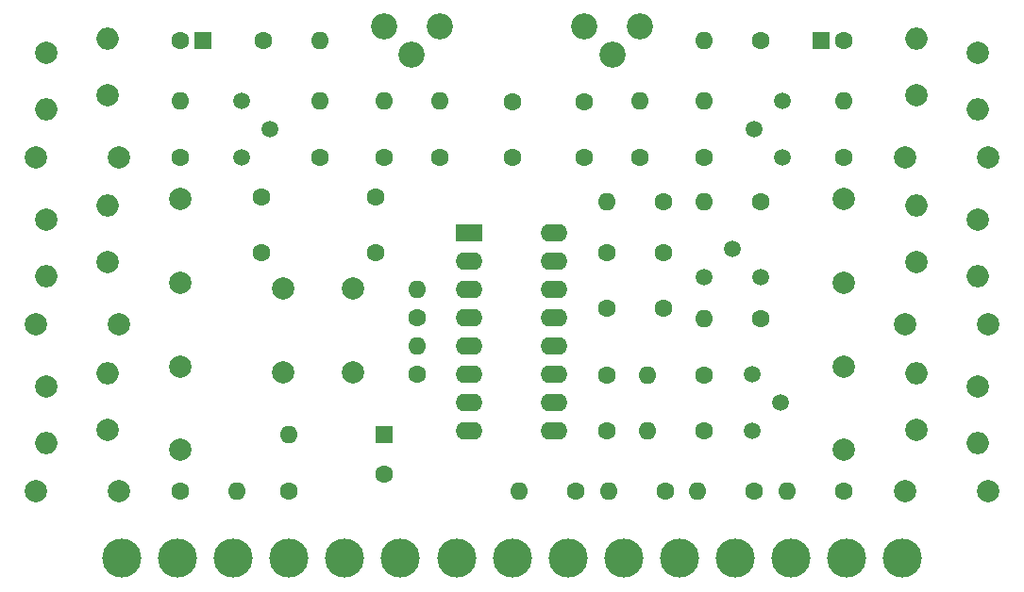
<source format=gbs>
G04 #@! TF.GenerationSoftware,KiCad,Pcbnew,(6.0.10)*
G04 #@! TF.CreationDate,2023-02-04T23:50:25+01:00*
G04 #@! TF.ProjectId,Stereo-Decoder-Modul,53746572-656f-42d4-9465-636f6465722d,rev?*
G04 #@! TF.SameCoordinates,Original*
G04 #@! TF.FileFunction,Soldermask,Bot*
G04 #@! TF.FilePolarity,Negative*
%FSLAX46Y46*%
G04 Gerber Fmt 4.6, Leading zero omitted, Abs format (unit mm)*
G04 Created by KiCad (PCBNEW (6.0.10)) date 2023-02-04 23:50:25*
%MOMM*%
%LPD*%
G01*
G04 APERTURE LIST*
%ADD10C,1.600000*%
%ADD11C,2.000000*%
%ADD12O,2.000000X2.000000*%
%ADD13C,3.500000*%
%ADD14O,1.600000X1.600000*%
%ADD15R,1.600000X1.600000*%
%ADD16C,1.500000*%
%ADD17R,2.400000X1.600000*%
%ADD18O,2.400000X1.600000*%
%ADD19C,2.340000*%
G04 APERTURE END LIST*
D10*
X92500000Y-60750000D03*
X92500000Y-55750000D03*
D11*
X128750000Y-85165000D03*
D12*
X128750000Y-80085000D03*
D11*
X128750000Y-70165000D03*
D12*
X128750000Y-65085000D03*
X128750000Y-50085000D03*
D11*
X128750000Y-55165000D03*
X50750000Y-81335000D03*
D12*
X50750000Y-86415000D03*
D11*
X50750000Y-66335000D03*
D12*
X50750000Y-71415000D03*
D11*
X50750000Y-51335000D03*
D12*
X50750000Y-56415000D03*
D11*
X134250000Y-81335000D03*
D12*
X134250000Y-86415000D03*
D11*
X56250000Y-85165000D03*
D12*
X56250000Y-80085000D03*
D11*
X134250000Y-66335000D03*
D12*
X134250000Y-71415000D03*
D11*
X56250000Y-70165000D03*
D12*
X56250000Y-65085000D03*
D11*
X134250000Y-51335000D03*
D12*
X134250000Y-56415000D03*
D11*
X56250000Y-55165000D03*
D12*
X56250000Y-50085000D03*
D13*
X127500000Y-96750000D03*
X122500000Y-96750000D03*
X117500000Y-96750000D03*
X112500000Y-96750000D03*
X107500000Y-96750000D03*
X102500000Y-96750000D03*
X97500000Y-96750000D03*
X92500000Y-96750000D03*
X87500000Y-96750000D03*
X82500000Y-96750000D03*
X77500000Y-96750000D03*
X72500000Y-96750000D03*
X67500000Y-96750000D03*
X62500000Y-96750000D03*
X57500000Y-96750000D03*
D10*
X84000000Y-75120000D03*
D14*
X84000000Y-72580000D03*
D10*
X109765000Y-80280000D03*
D14*
X104685000Y-80280000D03*
D10*
X80250000Y-69250000D03*
X80250000Y-64250000D03*
X62750000Y-90750000D03*
D14*
X67830000Y-90750000D03*
D10*
X86000000Y-60750000D03*
D14*
X86000000Y-55670000D03*
D11*
X72000000Y-80000000D03*
X72000000Y-72500000D03*
D10*
X75250000Y-60750000D03*
D14*
X75250000Y-55670000D03*
D10*
X114830000Y-50250000D03*
D14*
X109750000Y-50250000D03*
D10*
X114250000Y-90750000D03*
D14*
X109170000Y-90750000D03*
D10*
X106250000Y-90750000D03*
D14*
X101170000Y-90750000D03*
D15*
X120250000Y-50250000D03*
D10*
X122250000Y-50250000D03*
D11*
X62750000Y-79500000D03*
X62750000Y-87000000D03*
D10*
X81000000Y-60750000D03*
D14*
X81000000Y-55670000D03*
D16*
X114000000Y-80210000D03*
X116540000Y-82750000D03*
X114000000Y-85290000D03*
D11*
X127750000Y-75750000D03*
X135250000Y-75750000D03*
D10*
X109765000Y-85250000D03*
D14*
X104685000Y-85250000D03*
D11*
X127750000Y-90750000D03*
X135250000Y-90750000D03*
D17*
X88675000Y-67500000D03*
D18*
X88675000Y-70040000D03*
X88675000Y-72580000D03*
X88675000Y-75120000D03*
X88675000Y-77660000D03*
X88675000Y-80200000D03*
X88675000Y-82740000D03*
X88675000Y-85280000D03*
X96295000Y-85280000D03*
X96295000Y-82740000D03*
X96295000Y-80200000D03*
X96295000Y-77660000D03*
X96295000Y-75120000D03*
X96295000Y-72580000D03*
X96295000Y-70040000D03*
X96295000Y-67500000D03*
D11*
X122250000Y-87000000D03*
X122250000Y-79500000D03*
D19*
X104000000Y-49000000D03*
X101500000Y-51500000D03*
X99000000Y-49000000D03*
D10*
X62750000Y-60750000D03*
D14*
X62750000Y-55670000D03*
D10*
X72500000Y-90750000D03*
D14*
X72500000Y-85670000D03*
D16*
X68250000Y-55670000D03*
X70790000Y-58210000D03*
X68250000Y-60750000D03*
D10*
X109750000Y-60750000D03*
D14*
X109750000Y-55670000D03*
D10*
X98250000Y-90750000D03*
D14*
X93170000Y-90750000D03*
D10*
X70000000Y-69250000D03*
X70000000Y-64250000D03*
D15*
X81000000Y-85670000D03*
D10*
X81000000Y-89170000D03*
D11*
X127750000Y-60750000D03*
X135250000Y-60750000D03*
D10*
X106065000Y-69250000D03*
X106065000Y-74250000D03*
D11*
X49750000Y-75750000D03*
X57250000Y-75750000D03*
D10*
X106065000Y-64750000D03*
D14*
X100985000Y-64750000D03*
D19*
X86000000Y-49000000D03*
X83500000Y-51500000D03*
X81000000Y-49000000D03*
D10*
X101000000Y-74250000D03*
X101000000Y-69250000D03*
X122250000Y-60750000D03*
D14*
X122250000Y-55670000D03*
D10*
X114845000Y-75250000D03*
D14*
X109765000Y-75250000D03*
D11*
X62750000Y-64500000D03*
X62750000Y-72000000D03*
D15*
X64750000Y-50250000D03*
D10*
X62750000Y-50250000D03*
X101000000Y-85280000D03*
X101000000Y-80280000D03*
X114845000Y-64750000D03*
D14*
X109765000Y-64750000D03*
D11*
X49750000Y-90750000D03*
X57250000Y-90750000D03*
D16*
X116750000Y-60750000D03*
X114210000Y-58210000D03*
X116750000Y-55670000D03*
D10*
X122250000Y-90750000D03*
D14*
X117170000Y-90750000D03*
D10*
X99000000Y-55750000D03*
X99000000Y-60750000D03*
X84000000Y-80200000D03*
D14*
X84000000Y-77660000D03*
D16*
X109765000Y-71520000D03*
X112305000Y-68980000D03*
X114845000Y-71520000D03*
D10*
X104000000Y-60750000D03*
D14*
X104000000Y-55670000D03*
D10*
X70170000Y-50250000D03*
D14*
X75250000Y-50250000D03*
D11*
X122250000Y-72000000D03*
X122250000Y-64500000D03*
X78250000Y-72500000D03*
X78250000Y-80000000D03*
X49750000Y-60750000D03*
X57250000Y-60750000D03*
M02*

</source>
